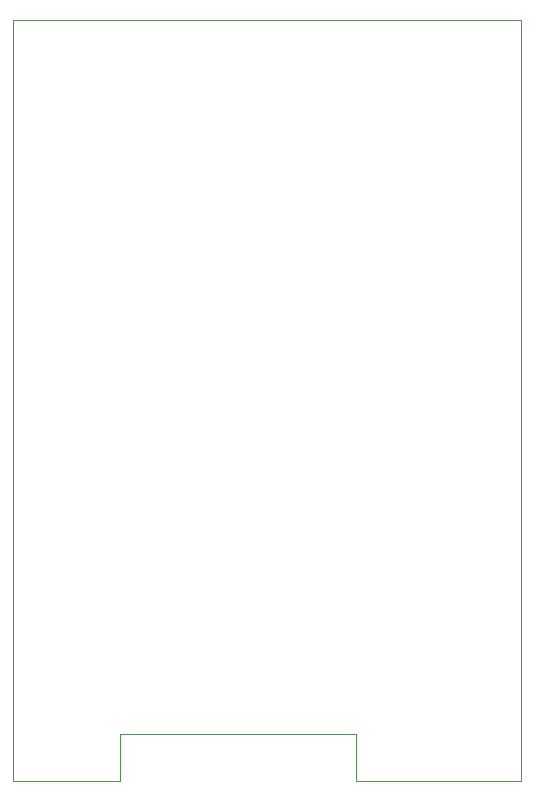
<source format=gbr>
%TF.GenerationSoftware,KiCad,Pcbnew,8.0.0*%
%TF.CreationDate,2024-03-03T22:06:13+01:00*%
%TF.ProjectId,Blinky,426c696e-6b79-42e6-9b69-6361645f7063,rev?*%
%TF.SameCoordinates,Original*%
%TF.FileFunction,Profile,NP*%
%FSLAX46Y46*%
G04 Gerber Fmt 4.6, Leading zero omitted, Abs format (unit mm)*
G04 Created by KiCad (PCBNEW 8.0.0) date 2024-03-03 22:06:13*
%MOMM*%
%LPD*%
G01*
G04 APERTURE LIST*
%TA.AperFunction,Profile*%
%ADD10C,0.100000*%
%TD*%
G04 APERTURE END LIST*
D10*
X125000000Y-44500000D02*
X168000000Y-44500000D01*
X154000000Y-105000000D02*
X154000000Y-109000000D01*
X134000000Y-105000000D02*
X154000000Y-105000000D01*
X168000000Y-44500000D02*
X168000000Y-109000000D01*
X125000000Y-109000000D02*
X125000000Y-44500000D01*
X168000000Y-109000000D02*
X154000000Y-109000000D01*
X134000000Y-109000000D02*
X134000000Y-105000000D01*
X134000000Y-109000000D02*
X125000000Y-109000000D01*
M02*

</source>
